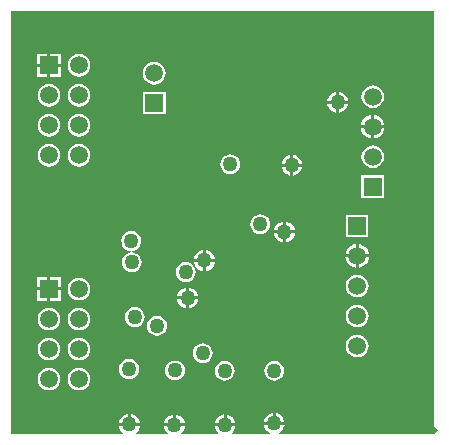
<source format=gbl>
G04*
G04 #@! TF.GenerationSoftware,Altium Limited,Altium Designer,20.2.6 (244)*
G04*
G04 Layer_Physical_Order=4*
G04 Layer_Color=16711680*
%FSLAX25Y25*%
%MOIN*%
G70*
G04*
G04 #@! TF.SameCoordinates,B2635FF8-235B-44FB-8225-BCA2550F652E*
G04*
G04*
G04 #@! TF.FilePolarity,Positive*
G04*
G01*
G75*
%ADD34R,0.05906X0.05906*%
%ADD35C,0.05906*%
%ADD36C,0.05000*%
G36*
X151250Y10750D02*
X152750Y9250D01*
X151500Y8000D01*
X99620D01*
X99520Y8500D01*
X99865Y8643D01*
X100596Y9204D01*
X101157Y9935D01*
X101510Y10786D01*
X101564Y11200D01*
X94636D01*
X94690Y10786D01*
X95043Y9935D01*
X95604Y9204D01*
X96335Y8643D01*
X96680Y8500D01*
X96580Y8000D01*
X84100D01*
X83931Y8500D01*
X84196Y8704D01*
X84757Y9435D01*
X85110Y10286D01*
X85164Y10700D01*
X78236D01*
X78290Y10286D01*
X78643Y9435D01*
X79204Y8704D01*
X79469Y8500D01*
X79300Y8000D01*
X67200D01*
X67031Y8500D01*
X67296Y8704D01*
X67857Y9435D01*
X68210Y10286D01*
X68264Y10700D01*
X61336D01*
X61390Y10286D01*
X61743Y9435D01*
X62304Y8704D01*
X62569Y8500D01*
X62400Y8000D01*
X52070D01*
X51900Y8500D01*
X52296Y8804D01*
X52857Y9535D01*
X53210Y10386D01*
X53264Y10800D01*
X46336D01*
X46390Y10386D01*
X46743Y9535D01*
X47304Y8804D01*
X47700Y8500D01*
X47530Y8000D01*
X10250D01*
Y149000D01*
X10500Y149250D01*
X10963Y149250D01*
X151250D01*
Y10750D01*
D02*
G37*
%LPC*%
G36*
X26953Y134953D02*
X23500D01*
Y131500D01*
X26953D01*
Y134953D01*
D02*
G37*
G36*
X22500D02*
X19047D01*
Y131500D01*
X22500D01*
Y134953D01*
D02*
G37*
G36*
X33000Y134785D02*
X32020Y134656D01*
X31107Y134278D01*
X30323Y133677D01*
X29722Y132893D01*
X29344Y131980D01*
X29215Y131000D01*
X29344Y130020D01*
X29722Y129107D01*
X30323Y128323D01*
X31107Y127722D01*
X32020Y127344D01*
X33000Y127215D01*
X33980Y127344D01*
X34893Y127722D01*
X35677Y128323D01*
X36278Y129107D01*
X36656Y130020D01*
X36785Y131000D01*
X36656Y131980D01*
X36278Y132893D01*
X35677Y133677D01*
X34893Y134278D01*
X33980Y134656D01*
X33000Y134785D01*
D02*
G37*
G36*
X26953Y130500D02*
X23500D01*
Y127047D01*
X26953D01*
Y130500D01*
D02*
G37*
G36*
X22500D02*
X19047D01*
Y127047D01*
X22500D01*
Y130500D01*
D02*
G37*
G36*
X58100Y132185D02*
X57120Y132056D01*
X56207Y131678D01*
X55423Y131077D01*
X54822Y130293D01*
X54444Y129380D01*
X54315Y128400D01*
X54444Y127420D01*
X54822Y126507D01*
X55423Y125724D01*
X56207Y125122D01*
X57120Y124744D01*
X58100Y124615D01*
X59080Y124744D01*
X59993Y125122D01*
X60777Y125724D01*
X61378Y126507D01*
X61756Y127420D01*
X61885Y128400D01*
X61756Y129380D01*
X61378Y130293D01*
X60777Y131077D01*
X59993Y131678D01*
X59080Y132056D01*
X58100Y132185D01*
D02*
G37*
G36*
X119750Y122214D02*
Y119250D01*
X122714D01*
X122660Y119664D01*
X122307Y120515D01*
X121746Y121246D01*
X121015Y121807D01*
X120164Y122160D01*
X119750Y122214D01*
D02*
G37*
G36*
X118750D02*
X118336Y122160D01*
X117485Y121807D01*
X116754Y121246D01*
X116193Y120515D01*
X115840Y119664D01*
X115786Y119250D01*
X118750D01*
Y122214D01*
D02*
G37*
G36*
X33000Y124785D02*
X32020Y124656D01*
X31107Y124278D01*
X30323Y123677D01*
X29722Y122893D01*
X29344Y121980D01*
X29215Y121000D01*
X29344Y120020D01*
X29722Y119107D01*
X30323Y118324D01*
X31107Y117722D01*
X32020Y117344D01*
X33000Y117215D01*
X33980Y117344D01*
X34893Y117722D01*
X35677Y118324D01*
X36278Y119107D01*
X36656Y120020D01*
X36785Y121000D01*
X36656Y121980D01*
X36278Y122893D01*
X35677Y123677D01*
X34893Y124278D01*
X33980Y124656D01*
X33000Y124785D01*
D02*
G37*
G36*
X23000D02*
X22020Y124656D01*
X21107Y124278D01*
X20324Y123677D01*
X19722Y122893D01*
X19344Y121980D01*
X19215Y121000D01*
X19344Y120020D01*
X19722Y119107D01*
X20324Y118324D01*
X21107Y117722D01*
X22020Y117344D01*
X23000Y117215D01*
X23980Y117344D01*
X24893Y117722D01*
X25677Y118324D01*
X26278Y119107D01*
X26656Y120020D01*
X26785Y121000D01*
X26656Y121980D01*
X26278Y122893D01*
X25677Y123677D01*
X24893Y124278D01*
X23980Y124656D01*
X23000Y124785D01*
D02*
G37*
G36*
X130900Y124385D02*
X129920Y124256D01*
X129007Y123878D01*
X128224Y123276D01*
X127622Y122493D01*
X127244Y121580D01*
X127115Y120600D01*
X127244Y119620D01*
X127622Y118707D01*
X128224Y117923D01*
X129007Y117322D01*
X129920Y116944D01*
X130900Y116815D01*
X131880Y116944D01*
X132793Y117322D01*
X133577Y117923D01*
X134178Y118707D01*
X134556Y119620D01*
X134685Y120600D01*
X134556Y121580D01*
X134178Y122493D01*
X133577Y123276D01*
X132793Y123878D01*
X131880Y124256D01*
X130900Y124385D01*
D02*
G37*
G36*
X122714Y118250D02*
X119750D01*
Y115286D01*
X120164Y115340D01*
X121015Y115693D01*
X121746Y116254D01*
X122307Y116985D01*
X122660Y117836D01*
X122714Y118250D01*
D02*
G37*
G36*
X118750D02*
X115786D01*
X115840Y117836D01*
X116193Y116985D01*
X116754Y116254D01*
X117485Y115693D01*
X118336Y115340D01*
X118750Y115286D01*
Y118250D01*
D02*
G37*
G36*
X61853Y122153D02*
X54347D01*
Y114647D01*
X61853D01*
Y122153D01*
D02*
G37*
G36*
X131400Y114521D02*
Y111100D01*
X134821D01*
X134751Y111632D01*
X134353Y112593D01*
X133719Y113419D01*
X132893Y114053D01*
X131932Y114451D01*
X131400Y114521D01*
D02*
G37*
G36*
X130400Y114521D02*
X129868Y114451D01*
X128907Y114053D01*
X128081Y113419D01*
X127447Y112593D01*
X127049Y111632D01*
X126979Y111100D01*
X130400D01*
Y114521D01*
D02*
G37*
G36*
X33000Y114785D02*
X32020Y114656D01*
X31107Y114278D01*
X30323Y113677D01*
X29722Y112893D01*
X29344Y111980D01*
X29215Y111000D01*
X29344Y110020D01*
X29722Y109107D01*
X30323Y108324D01*
X31107Y107722D01*
X32020Y107344D01*
X33000Y107215D01*
X33980Y107344D01*
X34893Y107722D01*
X35677Y108324D01*
X36278Y109107D01*
X36656Y110020D01*
X36785Y111000D01*
X36656Y111980D01*
X36278Y112893D01*
X35677Y113677D01*
X34893Y114278D01*
X33980Y114656D01*
X33000Y114785D01*
D02*
G37*
G36*
X23000D02*
X22020Y114656D01*
X21107Y114278D01*
X20324Y113677D01*
X19722Y112893D01*
X19344Y111980D01*
X19215Y111000D01*
X19344Y110020D01*
X19722Y109107D01*
X20324Y108324D01*
X21107Y107722D01*
X22020Y107344D01*
X23000Y107215D01*
X23980Y107344D01*
X24893Y107722D01*
X25677Y108324D01*
X26278Y109107D01*
X26656Y110020D01*
X26785Y111000D01*
X26656Y111980D01*
X26278Y112893D01*
X25677Y113677D01*
X24893Y114278D01*
X23980Y114656D01*
X23000Y114785D01*
D02*
G37*
G36*
X130400Y110100D02*
X126979D01*
X127049Y109568D01*
X127447Y108607D01*
X128081Y107781D01*
X128907Y107147D01*
X129868Y106749D01*
X130400Y106679D01*
Y110100D01*
D02*
G37*
G36*
X134821D02*
X131400D01*
Y106679D01*
X131932Y106749D01*
X132893Y107147D01*
X133719Y107781D01*
X134353Y108607D01*
X134751Y109568D01*
X134821Y110100D01*
D02*
G37*
G36*
X104500Y101214D02*
Y98250D01*
X107464D01*
X107410Y98664D01*
X107057Y99515D01*
X106496Y100246D01*
X105765Y100807D01*
X104914Y101160D01*
X104500Y101214D01*
D02*
G37*
G36*
X103500D02*
X103086Y101160D01*
X102235Y100807D01*
X101504Y100246D01*
X100943Y99515D01*
X100590Y98664D01*
X100536Y98250D01*
X103500D01*
Y101214D01*
D02*
G37*
G36*
X33000Y104785D02*
X32020Y104656D01*
X31107Y104278D01*
X30323Y103676D01*
X29722Y102893D01*
X29344Y101980D01*
X29215Y101000D01*
X29344Y100020D01*
X29722Y99107D01*
X30323Y98324D01*
X31107Y97722D01*
X32020Y97344D01*
X33000Y97215D01*
X33980Y97344D01*
X34893Y97722D01*
X35677Y98324D01*
X36278Y99107D01*
X36656Y100020D01*
X36785Y101000D01*
X36656Y101980D01*
X36278Y102893D01*
X35677Y103676D01*
X34893Y104278D01*
X33980Y104656D01*
X33000Y104785D01*
D02*
G37*
G36*
X23000D02*
X22020Y104656D01*
X21107Y104278D01*
X20324Y103676D01*
X19722Y102893D01*
X19344Y101980D01*
X19215Y101000D01*
X19344Y100020D01*
X19722Y99107D01*
X20324Y98324D01*
X21107Y97722D01*
X22020Y97344D01*
X23000Y97215D01*
X23980Y97344D01*
X24893Y97722D01*
X25677Y98324D01*
X26278Y99107D01*
X26656Y100020D01*
X26785Y101000D01*
X26656Y101980D01*
X26278Y102893D01*
X25677Y103676D01*
X24893Y104278D01*
X23980Y104656D01*
X23000Y104785D01*
D02*
G37*
G36*
X130900Y104385D02*
X129920Y104256D01*
X129007Y103878D01*
X128224Y103277D01*
X127622Y102493D01*
X127244Y101580D01*
X127115Y100600D01*
X127244Y99620D01*
X127622Y98707D01*
X128224Y97923D01*
X129007Y97322D01*
X129920Y96944D01*
X130900Y96815D01*
X131880Y96944D01*
X132793Y97322D01*
X133577Y97923D01*
X134178Y98707D01*
X134556Y99620D01*
X134685Y100600D01*
X134556Y101580D01*
X134178Y102493D01*
X133577Y103277D01*
X132793Y103878D01*
X131880Y104256D01*
X130900Y104385D01*
D02*
G37*
G36*
X83500Y101329D02*
X82639Y101215D01*
X81836Y100883D01*
X81146Y100354D01*
X80617Y99664D01*
X80285Y98861D01*
X80172Y98000D01*
X80285Y97139D01*
X80617Y96336D01*
X81146Y95646D01*
X81836Y95117D01*
X82639Y94785D01*
X83500Y94671D01*
X84361Y94785D01*
X85164Y95117D01*
X85854Y95646D01*
X86383Y96336D01*
X86715Y97139D01*
X86829Y98000D01*
X86715Y98861D01*
X86383Y99664D01*
X85854Y100354D01*
X85164Y100883D01*
X84361Y101215D01*
X83500Y101329D01*
D02*
G37*
G36*
X107464Y97250D02*
X104500D01*
Y94286D01*
X104914Y94340D01*
X105765Y94693D01*
X106496Y95254D01*
X107057Y95985D01*
X107410Y96836D01*
X107464Y97250D01*
D02*
G37*
G36*
X103500D02*
X100536D01*
X100590Y96836D01*
X100943Y95985D01*
X101504Y95254D01*
X102235Y94693D01*
X103086Y94340D01*
X103500Y94286D01*
Y97250D01*
D02*
G37*
G36*
X134653Y94353D02*
X127147D01*
Y86847D01*
X134653D01*
Y94353D01*
D02*
G37*
G36*
X102000Y78964D02*
Y76000D01*
X104964D01*
X104910Y76414D01*
X104557Y77265D01*
X103996Y77996D01*
X103265Y78557D01*
X102414Y78910D01*
X102000Y78964D01*
D02*
G37*
G36*
X101000D02*
X100586Y78910D01*
X99735Y78557D01*
X99004Y77996D01*
X98443Y77265D01*
X98090Y76414D01*
X98036Y76000D01*
X101000D01*
Y78964D01*
D02*
G37*
G36*
X93500Y81328D02*
X92638Y81215D01*
X91836Y80883D01*
X91146Y80354D01*
X90617Y79664D01*
X90285Y78861D01*
X90171Y78000D01*
X90285Y77139D01*
X90617Y76336D01*
X91146Y75646D01*
X91836Y75117D01*
X92638Y74785D01*
X93500Y74672D01*
X94362Y74785D01*
X95164Y75117D01*
X95854Y75646D01*
X96383Y76336D01*
X96715Y77139D01*
X96829Y78000D01*
X96715Y78861D01*
X96383Y79664D01*
X95854Y80354D01*
X95164Y80883D01*
X94362Y81215D01*
X93500Y81328D01*
D02*
G37*
G36*
X129503Y81253D02*
X121997D01*
Y73747D01*
X129503D01*
Y81253D01*
D02*
G37*
G36*
X104964Y75000D02*
X102000D01*
Y72036D01*
X102414Y72090D01*
X103265Y72443D01*
X103996Y73004D01*
X104557Y73735D01*
X104910Y74586D01*
X104964Y75000D01*
D02*
G37*
G36*
X101000D02*
X98036D01*
X98090Y74586D01*
X98443Y73735D01*
X99004Y73004D01*
X99735Y72443D01*
X100586Y72090D01*
X101000Y72036D01*
Y75000D01*
D02*
G37*
G36*
X126250Y71421D02*
Y68000D01*
X129671D01*
X129601Y68532D01*
X129203Y69493D01*
X128569Y70319D01*
X127743Y70953D01*
X126782Y71351D01*
X126250Y71421D01*
D02*
G37*
G36*
X125250Y71421D02*
X124718Y71351D01*
X123757Y70953D01*
X122931Y70319D01*
X122297Y69493D01*
X121899Y68532D01*
X121829Y68000D01*
X125250D01*
Y71421D01*
D02*
G37*
G36*
X75300Y69464D02*
Y66500D01*
X78264D01*
X78210Y66914D01*
X77857Y67765D01*
X77296Y68496D01*
X76565Y69057D01*
X75714Y69410D01*
X75300Y69464D01*
D02*
G37*
G36*
X74300D02*
X73886Y69410D01*
X73035Y69057D01*
X72304Y68496D01*
X71743Y67765D01*
X71390Y66914D01*
X71336Y66500D01*
X74300D01*
Y69464D01*
D02*
G37*
G36*
Y65500D02*
X71336D01*
X71390Y65086D01*
X71645Y64470D01*
X71743Y64235D01*
X71341Y63948D01*
X71182Y64156D01*
X70954Y64454D01*
X70264Y64983D01*
X69462Y65315D01*
X68600Y65429D01*
X67738Y65315D01*
X66936Y64983D01*
X66246Y64454D01*
X65717Y63764D01*
X65385Y62962D01*
X65272Y62100D01*
X65385Y61238D01*
X65717Y60436D01*
X66246Y59746D01*
X66936Y59217D01*
X67738Y58885D01*
X68600Y58772D01*
X69462Y58885D01*
X70264Y59217D01*
X70954Y59746D01*
X71483Y60436D01*
X71815Y61238D01*
X71929Y62100D01*
X71815Y62962D01*
X71580Y63529D01*
X71483Y63764D01*
X71884Y64051D01*
X72043Y63844D01*
X72304Y63504D01*
X73035Y62943D01*
X73886Y62590D01*
X74300Y62536D01*
Y65500D01*
D02*
G37*
G36*
X129671Y67000D02*
X126250D01*
Y63579D01*
X126782Y63649D01*
X127743Y64047D01*
X128569Y64681D01*
X129203Y65507D01*
X129601Y66468D01*
X129671Y67000D01*
D02*
G37*
G36*
X125250D02*
X121829D01*
X121899Y66468D01*
X122297Y65507D01*
X122931Y64681D01*
X123757Y64047D01*
X124718Y63649D01*
X125250Y63579D01*
Y67000D01*
D02*
G37*
G36*
X78264Y65500D02*
X75300D01*
Y62536D01*
X75714Y62590D01*
X76565Y62943D01*
X77296Y63504D01*
X77857Y64235D01*
X78210Y65086D01*
X78264Y65500D01*
D02*
G37*
G36*
X50400Y75828D02*
X49538Y75715D01*
X48736Y75383D01*
X48046Y74854D01*
X47517Y74164D01*
X47185Y73361D01*
X47071Y72500D01*
X47185Y71639D01*
X47517Y70836D01*
X48046Y70146D01*
X48736Y69617D01*
X49538Y69285D01*
X50233Y69194D01*
X50267Y69189D01*
Y68685D01*
X50245Y68682D01*
X49738Y68615D01*
X48936Y68283D01*
X48246Y67754D01*
X47717Y67064D01*
X47385Y66262D01*
X47271Y65400D01*
X47385Y64539D01*
X47717Y63736D01*
X48246Y63046D01*
X48936Y62517D01*
X49738Y62185D01*
X50600Y62072D01*
X51461Y62185D01*
X52264Y62517D01*
X52954Y63046D01*
X53483Y63736D01*
X53815Y64539D01*
X53929Y65400D01*
X53815Y66262D01*
X53483Y67064D01*
X52954Y67754D01*
X52264Y68283D01*
X51461Y68615D01*
X50767Y68706D01*
X50733Y68711D01*
Y69215D01*
X50755Y69218D01*
X51262Y69285D01*
X52064Y69617D01*
X52754Y70146D01*
X53283Y70836D01*
X53615Y71639D01*
X53728Y72500D01*
X53615Y73361D01*
X53283Y74164D01*
X52754Y74854D01*
X52064Y75383D01*
X51262Y75715D01*
X50400Y75828D01*
D02*
G37*
G36*
X26953Y60453D02*
X23500D01*
Y57000D01*
X26953D01*
Y60453D01*
D02*
G37*
G36*
X22500D02*
X19047D01*
Y57000D01*
X22500D01*
Y60453D01*
D02*
G37*
G36*
X69700Y56964D02*
Y54000D01*
X72664D01*
X72610Y54414D01*
X72257Y55265D01*
X71696Y55996D01*
X70965Y56557D01*
X70114Y56910D01*
X69700Y56964D01*
D02*
G37*
G36*
X68700D02*
X68286Y56910D01*
X67435Y56557D01*
X66704Y55996D01*
X66143Y55265D01*
X65790Y54414D01*
X65736Y54000D01*
X68700D01*
Y56964D01*
D02*
G37*
G36*
X125750Y61285D02*
X124770Y61156D01*
X123857Y60778D01*
X123073Y60176D01*
X122472Y59393D01*
X122094Y58480D01*
X121965Y57500D01*
X122094Y56520D01*
X122472Y55607D01*
X123073Y54823D01*
X123857Y54222D01*
X124770Y53844D01*
X125750Y53715D01*
X126730Y53844D01*
X127643Y54222D01*
X128427Y54823D01*
X129028Y55607D01*
X129406Y56520D01*
X129535Y57500D01*
X129406Y58480D01*
X129028Y59393D01*
X128427Y60176D01*
X127643Y60778D01*
X126730Y61156D01*
X125750Y61285D01*
D02*
G37*
G36*
X33000Y60285D02*
X32020Y60156D01*
X31107Y59778D01*
X30323Y59176D01*
X29722Y58393D01*
X29344Y57480D01*
X29215Y56500D01*
X29344Y55520D01*
X29722Y54607D01*
X30323Y53824D01*
X31107Y53222D01*
X32020Y52844D01*
X33000Y52715D01*
X33980Y52844D01*
X34893Y53222D01*
X35677Y53824D01*
X36278Y54607D01*
X36656Y55520D01*
X36785Y56500D01*
X36656Y57480D01*
X36278Y58393D01*
X35677Y59176D01*
X34893Y59778D01*
X33980Y60156D01*
X33000Y60285D01*
D02*
G37*
G36*
X26953Y56000D02*
X23500D01*
Y52547D01*
X26953D01*
Y56000D01*
D02*
G37*
G36*
X22500D02*
X19047D01*
Y52547D01*
X22500D01*
Y56000D01*
D02*
G37*
G36*
X72664Y53000D02*
X69700D01*
Y50036D01*
X70114Y50090D01*
X70965Y50443D01*
X71696Y51004D01*
X72257Y51735D01*
X72610Y52586D01*
X72664Y53000D01*
D02*
G37*
G36*
X68700D02*
X65736D01*
X65790Y52586D01*
X66143Y51735D01*
X66704Y51004D01*
X67435Y50443D01*
X68286Y50090D01*
X68700Y50036D01*
Y53000D01*
D02*
G37*
G36*
X51600Y50428D02*
X50739Y50315D01*
X49936Y49983D01*
X49246Y49454D01*
X48717Y48764D01*
X48385Y47962D01*
X48272Y47100D01*
X48385Y46238D01*
X48717Y45436D01*
X49246Y44746D01*
X49936Y44218D01*
X50739Y43885D01*
X51600Y43771D01*
X52461Y43885D01*
X53264Y44218D01*
X53954Y44746D01*
X54483Y45436D01*
X54815Y46238D01*
X54928Y47100D01*
X54815Y47962D01*
X54483Y48764D01*
X53954Y49454D01*
X53264Y49983D01*
X52461Y50315D01*
X51600Y50428D01*
D02*
G37*
G36*
X125750Y51285D02*
X124770Y51156D01*
X123857Y50778D01*
X123073Y50177D01*
X122472Y49393D01*
X122094Y48480D01*
X121965Y47500D01*
X122094Y46520D01*
X122472Y45607D01*
X123073Y44824D01*
X123857Y44222D01*
X124770Y43844D01*
X125750Y43715D01*
X126730Y43844D01*
X127643Y44222D01*
X128427Y44824D01*
X129028Y45607D01*
X129406Y46520D01*
X129535Y47500D01*
X129406Y48480D01*
X129028Y49393D01*
X128427Y50177D01*
X127643Y50778D01*
X126730Y51156D01*
X125750Y51285D01*
D02*
G37*
G36*
X33000Y50285D02*
X32020Y50156D01*
X31107Y49778D01*
X30323Y49176D01*
X29722Y48393D01*
X29344Y47480D01*
X29215Y46500D01*
X29344Y45520D01*
X29722Y44607D01*
X30323Y43824D01*
X31107Y43222D01*
X32020Y42844D01*
X33000Y42715D01*
X33980Y42844D01*
X34893Y43222D01*
X35677Y43824D01*
X36278Y44607D01*
X36656Y45520D01*
X36785Y46500D01*
X36656Y47480D01*
X36278Y48393D01*
X35677Y49176D01*
X34893Y49778D01*
X33980Y50156D01*
X33000Y50285D01*
D02*
G37*
G36*
X23000D02*
X22020Y50156D01*
X21107Y49778D01*
X20324Y49176D01*
X19722Y48393D01*
X19344Y47480D01*
X19215Y46500D01*
X19344Y45520D01*
X19722Y44607D01*
X20324Y43824D01*
X21107Y43222D01*
X22020Y42844D01*
X23000Y42715D01*
X23980Y42844D01*
X24893Y43222D01*
X25677Y43824D01*
X26278Y44607D01*
X26656Y45520D01*
X26785Y46500D01*
X26656Y47480D01*
X26278Y48393D01*
X25677Y49176D01*
X24893Y49778D01*
X23980Y50156D01*
X23000Y50285D01*
D02*
G37*
G36*
X59000Y47578D02*
X58139Y47465D01*
X57336Y47133D01*
X56646Y46604D01*
X56117Y45914D01*
X55785Y45112D01*
X55672Y44250D01*
X55785Y43389D01*
X56117Y42586D01*
X56646Y41896D01*
X57336Y41368D01*
X58139Y41035D01*
X59000Y40922D01*
X59861Y41035D01*
X60664Y41368D01*
X61354Y41896D01*
X61883Y42586D01*
X62215Y43389D01*
X62328Y44250D01*
X62215Y45112D01*
X61883Y45914D01*
X61354Y46604D01*
X60664Y47133D01*
X59861Y47465D01*
X59000Y47578D01*
D02*
G37*
G36*
X125750Y41285D02*
X124770Y41156D01*
X123857Y40778D01*
X123073Y40176D01*
X122472Y39393D01*
X122094Y38480D01*
X121965Y37500D01*
X122094Y36520D01*
X122472Y35607D01*
X123073Y34824D01*
X123857Y34222D01*
X124770Y33844D01*
X125750Y33715D01*
X126730Y33844D01*
X127643Y34222D01*
X128427Y34824D01*
X129028Y35607D01*
X129406Y36520D01*
X129535Y37500D01*
X129406Y38480D01*
X129028Y39393D01*
X128427Y40176D01*
X127643Y40778D01*
X126730Y41156D01*
X125750Y41285D01*
D02*
G37*
G36*
X33000Y40285D02*
X32020Y40156D01*
X31107Y39778D01*
X30323Y39176D01*
X29722Y38393D01*
X29344Y37480D01*
X29215Y36500D01*
X29344Y35520D01*
X29722Y34607D01*
X30323Y33823D01*
X31107Y33222D01*
X32020Y32844D01*
X33000Y32715D01*
X33980Y32844D01*
X34893Y33222D01*
X35677Y33823D01*
X36278Y34607D01*
X36656Y35520D01*
X36785Y36500D01*
X36656Y37480D01*
X36278Y38393D01*
X35677Y39176D01*
X34893Y39778D01*
X33980Y40156D01*
X33000Y40285D01*
D02*
G37*
G36*
X23000D02*
X22020Y40156D01*
X21107Y39778D01*
X20324Y39176D01*
X19722Y38393D01*
X19344Y37480D01*
X19215Y36500D01*
X19344Y35520D01*
X19722Y34607D01*
X20324Y33823D01*
X21107Y33222D01*
X22020Y32844D01*
X23000Y32715D01*
X23980Y32844D01*
X24893Y33222D01*
X25677Y33823D01*
X26278Y34607D01*
X26656Y35520D01*
X26785Y36500D01*
X26656Y37480D01*
X26278Y38393D01*
X25677Y39176D01*
X24893Y39778D01*
X23980Y40156D01*
X23000Y40285D01*
D02*
G37*
G36*
X74200Y38328D02*
X73339Y38215D01*
X72536Y37883D01*
X71846Y37354D01*
X71317Y36664D01*
X70985Y35862D01*
X70872Y35000D01*
X70985Y34139D01*
X71317Y33336D01*
X71846Y32646D01*
X72536Y32118D01*
X73339Y31785D01*
X74200Y31672D01*
X75062Y31785D01*
X75864Y32118D01*
X76554Y32646D01*
X77083Y33336D01*
X77415Y34139D01*
X77529Y35000D01*
X77415Y35862D01*
X77083Y36664D01*
X76554Y37354D01*
X75864Y37883D01*
X75062Y38215D01*
X74200Y38328D01*
D02*
G37*
G36*
X49700Y33128D02*
X48838Y33015D01*
X48036Y32682D01*
X47346Y32154D01*
X46817Y31464D01*
X46485Y30661D01*
X46371Y29800D01*
X46485Y28938D01*
X46817Y28136D01*
X47346Y27446D01*
X48036Y26917D01*
X48838Y26585D01*
X49700Y26471D01*
X50561Y26585D01*
X51364Y26917D01*
X52054Y27446D01*
X52583Y28136D01*
X52915Y28938D01*
X53029Y29800D01*
X52915Y30661D01*
X52583Y31464D01*
X52054Y32154D01*
X51364Y32682D01*
X50561Y33015D01*
X49700Y33128D01*
D02*
G37*
G36*
X65000Y32629D02*
X64139Y32515D01*
X63336Y32182D01*
X62646Y31654D01*
X62117Y30964D01*
X61785Y30161D01*
X61672Y29300D01*
X61785Y28438D01*
X62117Y27636D01*
X62646Y26946D01*
X63336Y26417D01*
X64139Y26085D01*
X65000Y25971D01*
X65861Y26085D01*
X66664Y26417D01*
X67354Y26946D01*
X67883Y27636D01*
X68215Y28438D01*
X68328Y29300D01*
X68215Y30161D01*
X67883Y30964D01*
X67354Y31654D01*
X66664Y32182D01*
X65861Y32515D01*
X65000Y32629D01*
D02*
G37*
G36*
X98100Y32528D02*
X97238Y32415D01*
X96436Y32083D01*
X95746Y31554D01*
X95217Y30864D01*
X94885Y30062D01*
X94771Y29200D01*
X94885Y28339D01*
X95217Y27536D01*
X95746Y26846D01*
X96436Y26318D01*
X97238Y25985D01*
X98100Y25872D01*
X98962Y25985D01*
X99764Y26318D01*
X100454Y26846D01*
X100983Y27536D01*
X101315Y28339D01*
X101428Y29200D01*
X101315Y30062D01*
X100983Y30864D01*
X100454Y31554D01*
X99764Y32083D01*
X98962Y32415D01*
X98100Y32528D01*
D02*
G37*
G36*
X81600D02*
X80739Y32415D01*
X79936Y32083D01*
X79246Y31554D01*
X78717Y30864D01*
X78385Y30062D01*
X78272Y29200D01*
X78385Y28339D01*
X78717Y27536D01*
X79246Y26846D01*
X79936Y26318D01*
X80739Y25985D01*
X81600Y25872D01*
X82462Y25985D01*
X83264Y26318D01*
X83954Y26846D01*
X84483Y27536D01*
X84815Y28339D01*
X84929Y29200D01*
X84815Y30062D01*
X84483Y30864D01*
X83954Y31554D01*
X83264Y32083D01*
X82462Y32415D01*
X81600Y32528D01*
D02*
G37*
G36*
X33000Y30285D02*
X32020Y30156D01*
X31107Y29778D01*
X30323Y29177D01*
X29722Y28393D01*
X29344Y27480D01*
X29215Y26500D01*
X29344Y25520D01*
X29722Y24607D01*
X30323Y23823D01*
X31107Y23222D01*
X32020Y22844D01*
X33000Y22715D01*
X33980Y22844D01*
X34893Y23222D01*
X35677Y23823D01*
X36278Y24607D01*
X36656Y25520D01*
X36785Y26500D01*
X36656Y27480D01*
X36278Y28393D01*
X35677Y29177D01*
X34893Y29778D01*
X33980Y30156D01*
X33000Y30285D01*
D02*
G37*
G36*
X23000D02*
X22020Y30156D01*
X21107Y29778D01*
X20324Y29177D01*
X19722Y28393D01*
X19344Y27480D01*
X19215Y26500D01*
X19344Y25520D01*
X19722Y24607D01*
X20324Y23823D01*
X21107Y23222D01*
X22020Y22844D01*
X23000Y22715D01*
X23980Y22844D01*
X24893Y23222D01*
X25677Y23823D01*
X26278Y24607D01*
X26656Y25520D01*
X26785Y26500D01*
X26656Y27480D01*
X26278Y28393D01*
X25677Y29177D01*
X24893Y29778D01*
X23980Y30156D01*
X23000Y30285D01*
D02*
G37*
G36*
X98600Y15164D02*
Y12200D01*
X101564D01*
X101510Y12614D01*
X101157Y13465D01*
X100596Y14196D01*
X99865Y14757D01*
X99014Y15110D01*
X98600Y15164D01*
D02*
G37*
G36*
X97600D02*
X97186Y15110D01*
X96335Y14757D01*
X95604Y14196D01*
X95043Y13465D01*
X94690Y12614D01*
X94636Y12200D01*
X97600D01*
Y15164D01*
D02*
G37*
G36*
X50300Y14764D02*
Y11800D01*
X53264D01*
X53210Y12214D01*
X52857Y13065D01*
X52296Y13796D01*
X51565Y14357D01*
X50714Y14710D01*
X50300Y14764D01*
D02*
G37*
G36*
X49300D02*
X48886Y14710D01*
X48035Y14357D01*
X47304Y13796D01*
X46743Y13065D01*
X46390Y12214D01*
X46336Y11800D01*
X49300D01*
Y14764D01*
D02*
G37*
G36*
X82200Y14664D02*
Y11700D01*
X85164D01*
X85110Y12114D01*
X84757Y12965D01*
X84196Y13696D01*
X83465Y14257D01*
X82614Y14610D01*
X82200Y14664D01*
D02*
G37*
G36*
X81200D02*
X80786Y14610D01*
X79935Y14257D01*
X79204Y13696D01*
X78643Y12965D01*
X78290Y12114D01*
X78236Y11700D01*
X81200D01*
Y14664D01*
D02*
G37*
G36*
X65300D02*
Y11700D01*
X68264D01*
X68210Y12114D01*
X67857Y12965D01*
X67296Y13696D01*
X66565Y14257D01*
X65714Y14610D01*
X65300Y14664D01*
D02*
G37*
G36*
X64300D02*
X63886Y14610D01*
X63035Y14257D01*
X62304Y13696D01*
X61743Y12965D01*
X61390Y12114D01*
X61336Y11700D01*
X64300D01*
Y14664D01*
D02*
G37*
%LPD*%
D34*
X58100Y118400D02*
D03*
X23000Y131000D02*
D03*
Y56500D02*
D03*
X125750Y77500D02*
D03*
X130900Y90600D02*
D03*
D35*
X58100Y128400D02*
D03*
X33000Y101000D02*
D03*
X23000D02*
D03*
X33000Y111000D02*
D03*
X23000D02*
D03*
X33000Y121000D02*
D03*
X23000D02*
D03*
X33000Y131000D02*
D03*
Y26500D02*
D03*
X23000D02*
D03*
X33000Y36500D02*
D03*
X23000D02*
D03*
X33000Y46500D02*
D03*
X23000D02*
D03*
X33000Y56500D02*
D03*
X125750Y37500D02*
D03*
Y47500D02*
D03*
Y57500D02*
D03*
Y67500D02*
D03*
X130900Y120600D02*
D03*
Y110600D02*
D03*
Y100600D02*
D03*
D36*
X98100Y29200D02*
D03*
X81600D02*
D03*
X74200Y35000D02*
D03*
X74800Y66000D02*
D03*
X83500Y98000D02*
D03*
X59000Y44250D02*
D03*
X51600Y47100D02*
D03*
X50400Y72500D02*
D03*
X49800Y11300D02*
D03*
X69200Y53500D02*
D03*
X50600Y65400D02*
D03*
X93500Y78000D02*
D03*
X119250Y118750D02*
D03*
X64800Y11200D02*
D03*
X98100Y11700D02*
D03*
X49700Y29800D02*
D03*
X101500Y75500D02*
D03*
X65000Y29300D02*
D03*
X104000Y97750D02*
D03*
X68600Y62100D02*
D03*
X81700Y11200D02*
D03*
M02*

</source>
